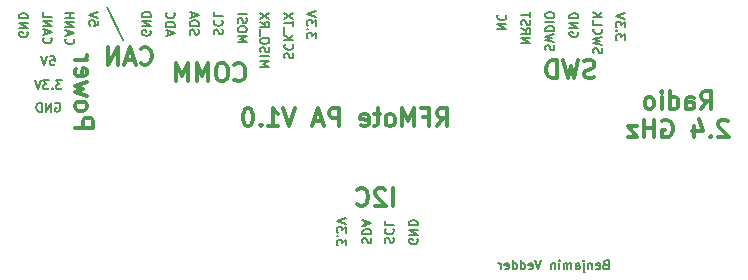
<source format=gbo>
G04 #@! TF.FileFunction,Legend,Bot*
%FSLAX46Y46*%
G04 Gerber Fmt 4.6, Leading zero omitted, Abs format (unit mm)*
G04 Created by KiCad (PCBNEW (2015-09-15 BZR 6201)-product) date tor 18 feb 2016 12:46:51*
%MOMM*%
G01*
G04 APERTURE LIST*
%ADD10C,0.100000*%
%ADD11C,0.300000*%
%ADD12C,0.177800*%
%ADD13C,0.200000*%
%ADD14C,6.101600*%
%ADD15C,2.601600*%
%ADD16R,1.800860X1.300480*%
%ADD17O,1.800860X1.300480*%
%ADD18C,1.000760*%
%ADD19O,1.300480X1.800860*%
%ADD20R,1.300480X1.800860*%
G04 APERTURE END LIST*
D10*
D11*
X209679999Y-102659571D02*
X210179999Y-101945286D01*
X210537142Y-102659571D02*
X210537142Y-101159571D01*
X209965714Y-101159571D01*
X209822856Y-101231000D01*
X209751428Y-101302429D01*
X209679999Y-101445286D01*
X209679999Y-101659571D01*
X209751428Y-101802429D01*
X209822856Y-101873857D01*
X209965714Y-101945286D01*
X210537142Y-101945286D01*
X208537142Y-101873857D02*
X209037142Y-101873857D01*
X209037142Y-102659571D02*
X209037142Y-101159571D01*
X208322856Y-101159571D01*
X207751428Y-102659571D02*
X207751428Y-101159571D01*
X207251428Y-102231000D01*
X206751428Y-101159571D01*
X206751428Y-102659571D01*
X205822856Y-102659571D02*
X205965714Y-102588143D01*
X206037142Y-102516714D01*
X206108571Y-102373857D01*
X206108571Y-101945286D01*
X206037142Y-101802429D01*
X205965714Y-101731000D01*
X205822856Y-101659571D01*
X205608571Y-101659571D01*
X205465714Y-101731000D01*
X205394285Y-101802429D01*
X205322856Y-101945286D01*
X205322856Y-102373857D01*
X205394285Y-102516714D01*
X205465714Y-102588143D01*
X205608571Y-102659571D01*
X205822856Y-102659571D01*
X204894285Y-101659571D02*
X204322856Y-101659571D01*
X204679999Y-101159571D02*
X204679999Y-102445286D01*
X204608571Y-102588143D01*
X204465713Y-102659571D01*
X204322856Y-102659571D01*
X203251428Y-102588143D02*
X203394285Y-102659571D01*
X203679999Y-102659571D01*
X203822856Y-102588143D01*
X203894285Y-102445286D01*
X203894285Y-101873857D01*
X203822856Y-101731000D01*
X203679999Y-101659571D01*
X203394285Y-101659571D01*
X203251428Y-101731000D01*
X203179999Y-101873857D01*
X203179999Y-102016714D01*
X203894285Y-102159571D01*
X201394285Y-102659571D02*
X201394285Y-101159571D01*
X200822857Y-101159571D01*
X200679999Y-101231000D01*
X200608571Y-101302429D01*
X200537142Y-101445286D01*
X200537142Y-101659571D01*
X200608571Y-101802429D01*
X200679999Y-101873857D01*
X200822857Y-101945286D01*
X201394285Y-101945286D01*
X199965714Y-102231000D02*
X199251428Y-102231000D01*
X200108571Y-102659571D02*
X199608571Y-101159571D01*
X199108571Y-102659571D01*
X197680000Y-101159571D02*
X197180000Y-102659571D01*
X196680000Y-101159571D01*
X195394286Y-102659571D02*
X196251429Y-102659571D01*
X195822857Y-102659571D02*
X195822857Y-101159571D01*
X195965714Y-101373857D01*
X196108572Y-101516714D01*
X196251429Y-101588143D01*
X194751429Y-102516714D02*
X194680001Y-102588143D01*
X194751429Y-102659571D01*
X194822858Y-102588143D01*
X194751429Y-102516714D01*
X194751429Y-102659571D01*
X193751429Y-101159571D02*
X193608572Y-101159571D01*
X193465715Y-101231000D01*
X193394286Y-101302429D01*
X193322857Y-101445286D01*
X193251429Y-101731000D01*
X193251429Y-102088143D01*
X193322857Y-102373857D01*
X193394286Y-102516714D01*
X193465715Y-102588143D01*
X193608572Y-102659571D01*
X193751429Y-102659571D01*
X193894286Y-102588143D01*
X193965715Y-102516714D01*
X194037143Y-102373857D01*
X194108572Y-102088143D01*
X194108572Y-101731000D01*
X194037143Y-101445286D01*
X193965715Y-101302429D01*
X193894286Y-101231000D01*
X193751429Y-101159571D01*
D12*
X223955429Y-114372571D02*
X223846572Y-114408857D01*
X223810287Y-114445143D01*
X223774001Y-114517714D01*
X223774001Y-114626571D01*
X223810287Y-114699143D01*
X223846572Y-114735429D01*
X223919144Y-114771714D01*
X224209429Y-114771714D01*
X224209429Y-114009714D01*
X223955429Y-114009714D01*
X223882858Y-114046000D01*
X223846572Y-114082286D01*
X223810287Y-114154857D01*
X223810287Y-114227429D01*
X223846572Y-114300000D01*
X223882858Y-114336286D01*
X223955429Y-114372571D01*
X224209429Y-114372571D01*
X223157144Y-114735429D02*
X223229715Y-114771714D01*
X223374858Y-114771714D01*
X223447429Y-114735429D01*
X223483715Y-114662857D01*
X223483715Y-114372571D01*
X223447429Y-114300000D01*
X223374858Y-114263714D01*
X223229715Y-114263714D01*
X223157144Y-114300000D01*
X223120858Y-114372571D01*
X223120858Y-114445143D01*
X223483715Y-114517714D01*
X222794286Y-114263714D02*
X222794286Y-114771714D01*
X222794286Y-114336286D02*
X222758001Y-114300000D01*
X222685429Y-114263714D01*
X222576572Y-114263714D01*
X222504001Y-114300000D01*
X222467715Y-114372571D01*
X222467715Y-114771714D01*
X222104857Y-114263714D02*
X222104857Y-114916857D01*
X222141143Y-114989429D01*
X222213715Y-115025714D01*
X222250000Y-115025714D01*
X222104857Y-114009714D02*
X222141143Y-114046000D01*
X222104857Y-114082286D01*
X222068572Y-114046000D01*
X222104857Y-114009714D01*
X222104857Y-114082286D01*
X221415429Y-114771714D02*
X221415429Y-114372571D01*
X221451715Y-114300000D01*
X221524286Y-114263714D01*
X221669429Y-114263714D01*
X221742000Y-114300000D01*
X221415429Y-114735429D02*
X221488000Y-114771714D01*
X221669429Y-114771714D01*
X221742000Y-114735429D01*
X221778286Y-114662857D01*
X221778286Y-114590286D01*
X221742000Y-114517714D01*
X221669429Y-114481429D01*
X221488000Y-114481429D01*
X221415429Y-114445143D01*
X221052571Y-114771714D02*
X221052571Y-114263714D01*
X221052571Y-114336286D02*
X221016286Y-114300000D01*
X220943714Y-114263714D01*
X220834857Y-114263714D01*
X220762286Y-114300000D01*
X220726000Y-114372571D01*
X220726000Y-114771714D01*
X220726000Y-114372571D02*
X220689714Y-114300000D01*
X220617143Y-114263714D01*
X220508286Y-114263714D01*
X220435714Y-114300000D01*
X220399429Y-114372571D01*
X220399429Y-114771714D01*
X220036571Y-114771714D02*
X220036571Y-114263714D01*
X220036571Y-114009714D02*
X220072857Y-114046000D01*
X220036571Y-114082286D01*
X220000286Y-114046000D01*
X220036571Y-114009714D01*
X220036571Y-114082286D01*
X219673714Y-114263714D02*
X219673714Y-114771714D01*
X219673714Y-114336286D02*
X219637429Y-114300000D01*
X219564857Y-114263714D01*
X219456000Y-114263714D01*
X219383429Y-114300000D01*
X219347143Y-114372571D01*
X219347143Y-114771714D01*
X218512572Y-114009714D02*
X218258572Y-114771714D01*
X218004572Y-114009714D01*
X217460286Y-114735429D02*
X217532857Y-114771714D01*
X217678000Y-114771714D01*
X217750571Y-114735429D01*
X217786857Y-114662857D01*
X217786857Y-114372571D01*
X217750571Y-114300000D01*
X217678000Y-114263714D01*
X217532857Y-114263714D01*
X217460286Y-114300000D01*
X217424000Y-114372571D01*
X217424000Y-114445143D01*
X217786857Y-114517714D01*
X216770857Y-114771714D02*
X216770857Y-114009714D01*
X216770857Y-114735429D02*
X216843428Y-114771714D01*
X216988571Y-114771714D01*
X217061143Y-114735429D01*
X217097428Y-114699143D01*
X217133714Y-114626571D01*
X217133714Y-114408857D01*
X217097428Y-114336286D01*
X217061143Y-114300000D01*
X216988571Y-114263714D01*
X216843428Y-114263714D01*
X216770857Y-114300000D01*
X216081428Y-114771714D02*
X216081428Y-114009714D01*
X216081428Y-114735429D02*
X216153999Y-114771714D01*
X216299142Y-114771714D01*
X216371714Y-114735429D01*
X216407999Y-114699143D01*
X216444285Y-114626571D01*
X216444285Y-114408857D01*
X216407999Y-114336286D01*
X216371714Y-114300000D01*
X216299142Y-114263714D01*
X216153999Y-114263714D01*
X216081428Y-114300000D01*
X215428285Y-114735429D02*
X215500856Y-114771714D01*
X215645999Y-114771714D01*
X215718570Y-114735429D01*
X215754856Y-114662857D01*
X215754856Y-114372571D01*
X215718570Y-114300000D01*
X215645999Y-114263714D01*
X215500856Y-114263714D01*
X215428285Y-114300000D01*
X215391999Y-114372571D01*
X215391999Y-114445143D01*
X215754856Y-114517714D01*
X215065427Y-114771714D02*
X215065427Y-114263714D01*
X215065427Y-114408857D02*
X215029142Y-114336286D01*
X214992856Y-114300000D01*
X214920285Y-114263714D01*
X214847713Y-114263714D01*
D11*
X232052571Y-101205571D02*
X232552571Y-100491286D01*
X232909714Y-101205571D02*
X232909714Y-99705571D01*
X232338286Y-99705571D01*
X232195428Y-99777000D01*
X232124000Y-99848429D01*
X232052571Y-99991286D01*
X232052571Y-100205571D01*
X232124000Y-100348429D01*
X232195428Y-100419857D01*
X232338286Y-100491286D01*
X232909714Y-100491286D01*
X230766857Y-101205571D02*
X230766857Y-100419857D01*
X230838286Y-100277000D01*
X230981143Y-100205571D01*
X231266857Y-100205571D01*
X231409714Y-100277000D01*
X230766857Y-101134143D02*
X230909714Y-101205571D01*
X231266857Y-101205571D01*
X231409714Y-101134143D01*
X231481143Y-100991286D01*
X231481143Y-100848429D01*
X231409714Y-100705571D01*
X231266857Y-100634143D01*
X230909714Y-100634143D01*
X230766857Y-100562714D01*
X229409714Y-101205571D02*
X229409714Y-99705571D01*
X229409714Y-101134143D02*
X229552571Y-101205571D01*
X229838285Y-101205571D01*
X229981143Y-101134143D01*
X230052571Y-101062714D01*
X230124000Y-100919857D01*
X230124000Y-100491286D01*
X230052571Y-100348429D01*
X229981143Y-100277000D01*
X229838285Y-100205571D01*
X229552571Y-100205571D01*
X229409714Y-100277000D01*
X228695428Y-101205571D02*
X228695428Y-100205571D01*
X228695428Y-99705571D02*
X228766857Y-99777000D01*
X228695428Y-99848429D01*
X228624000Y-99777000D01*
X228695428Y-99705571D01*
X228695428Y-99848429D01*
X227766856Y-101205571D02*
X227909714Y-101134143D01*
X227981142Y-101062714D01*
X228052571Y-100919857D01*
X228052571Y-100491286D01*
X227981142Y-100348429D01*
X227909714Y-100277000D01*
X227766856Y-100205571D01*
X227552571Y-100205571D01*
X227409714Y-100277000D01*
X227338285Y-100348429D01*
X227266856Y-100491286D01*
X227266856Y-100919857D01*
X227338285Y-101062714D01*
X227409714Y-101134143D01*
X227552571Y-101205571D01*
X227766856Y-101205571D01*
X234338286Y-102248429D02*
X234266857Y-102177000D01*
X234124000Y-102105571D01*
X233766857Y-102105571D01*
X233624000Y-102177000D01*
X233552571Y-102248429D01*
X233481143Y-102391286D01*
X233481143Y-102534143D01*
X233552571Y-102748429D01*
X234409714Y-103605571D01*
X233481143Y-103605571D01*
X232838286Y-103462714D02*
X232766858Y-103534143D01*
X232838286Y-103605571D01*
X232909715Y-103534143D01*
X232838286Y-103462714D01*
X232838286Y-103605571D01*
X231481143Y-102605571D02*
X231481143Y-103605571D01*
X231838286Y-102034143D02*
X232195429Y-103105571D01*
X231266857Y-103105571D01*
X228766858Y-102177000D02*
X228909715Y-102105571D01*
X229124001Y-102105571D01*
X229338286Y-102177000D01*
X229481144Y-102319857D01*
X229552572Y-102462714D01*
X229624001Y-102748429D01*
X229624001Y-102962714D01*
X229552572Y-103248429D01*
X229481144Y-103391286D01*
X229338286Y-103534143D01*
X229124001Y-103605571D01*
X228981144Y-103605571D01*
X228766858Y-103534143D01*
X228695429Y-103462714D01*
X228695429Y-102962714D01*
X228981144Y-102962714D01*
X228052572Y-103605571D02*
X228052572Y-102105571D01*
X228052572Y-102819857D02*
X227195429Y-102819857D01*
X227195429Y-103605571D02*
X227195429Y-102105571D01*
X226624000Y-102605571D02*
X225838286Y-102605571D01*
X226624000Y-103605571D01*
X225838286Y-103605571D01*
D12*
X222957571Y-96465571D02*
X222921286Y-96356714D01*
X222921286Y-96175285D01*
X222957571Y-96102714D01*
X222993857Y-96066428D01*
X223066429Y-96030143D01*
X223139000Y-96030143D01*
X223211571Y-96066428D01*
X223247857Y-96102714D01*
X223284143Y-96175285D01*
X223320429Y-96320428D01*
X223356714Y-96393000D01*
X223393000Y-96429285D01*
X223465571Y-96465571D01*
X223538143Y-96465571D01*
X223610714Y-96429285D01*
X223647000Y-96393000D01*
X223683286Y-96320428D01*
X223683286Y-96139000D01*
X223647000Y-96030143D01*
X223683286Y-95776143D02*
X222921286Y-95594714D01*
X223465571Y-95449571D01*
X222921286Y-95304429D01*
X223683286Y-95123000D01*
X222993857Y-94397286D02*
X222957571Y-94433572D01*
X222921286Y-94542429D01*
X222921286Y-94615000D01*
X222957571Y-94723857D01*
X223030143Y-94796429D01*
X223102714Y-94832714D01*
X223247857Y-94869000D01*
X223356714Y-94869000D01*
X223501857Y-94832714D01*
X223574429Y-94796429D01*
X223647000Y-94723857D01*
X223683286Y-94615000D01*
X223683286Y-94542429D01*
X223647000Y-94433572D01*
X223610714Y-94397286D01*
X222921286Y-93707857D02*
X222921286Y-94070714D01*
X223683286Y-94070714D01*
X222921286Y-93453857D02*
X223683286Y-93453857D01*
X222921286Y-93018429D02*
X223356714Y-93345000D01*
X223683286Y-93018429D02*
X223247857Y-93453857D01*
X218893571Y-96229714D02*
X218857286Y-96120857D01*
X218857286Y-95939428D01*
X218893571Y-95866857D01*
X218929857Y-95830571D01*
X219002429Y-95794286D01*
X219075000Y-95794286D01*
X219147571Y-95830571D01*
X219183857Y-95866857D01*
X219220143Y-95939428D01*
X219256429Y-96084571D01*
X219292714Y-96157143D01*
X219329000Y-96193428D01*
X219401571Y-96229714D01*
X219474143Y-96229714D01*
X219546714Y-96193428D01*
X219583000Y-96157143D01*
X219619286Y-96084571D01*
X219619286Y-95903143D01*
X219583000Y-95794286D01*
X219619286Y-95540286D02*
X218857286Y-95358857D01*
X219401571Y-95213714D01*
X218857286Y-95068572D01*
X219619286Y-94887143D01*
X218857286Y-94596857D02*
X219619286Y-94596857D01*
X219619286Y-94415429D01*
X219583000Y-94306572D01*
X219510429Y-94234000D01*
X219437857Y-94197715D01*
X219292714Y-94161429D01*
X219183857Y-94161429D01*
X219038714Y-94197715D01*
X218966143Y-94234000D01*
X218893571Y-94306572D01*
X218857286Y-94415429D01*
X218857286Y-94596857D01*
X218857286Y-93834857D02*
X219619286Y-93834857D01*
X219619286Y-93326858D02*
X219619286Y-93181715D01*
X219583000Y-93109143D01*
X219510429Y-93036572D01*
X219365286Y-93000286D01*
X219111286Y-93000286D01*
X218966143Y-93036572D01*
X218893571Y-93109143D01*
X218857286Y-93181715D01*
X218857286Y-93326858D01*
X218893571Y-93399429D01*
X218966143Y-93472000D01*
X219111286Y-93508286D01*
X219365286Y-93508286D01*
X219510429Y-93472000D01*
X219583000Y-93399429D01*
X219619286Y-93326858D01*
X216825286Y-95612856D02*
X217587286Y-95612856D01*
X216825286Y-95177428D01*
X217587286Y-95177428D01*
X216825286Y-94379142D02*
X217188143Y-94633142D01*
X216825286Y-94814570D02*
X217587286Y-94814570D01*
X217587286Y-94524285D01*
X217551000Y-94451713D01*
X217514714Y-94415428D01*
X217442143Y-94379142D01*
X217333286Y-94379142D01*
X217260714Y-94415428D01*
X217224429Y-94451713D01*
X217188143Y-94524285D01*
X217188143Y-94814570D01*
X216861571Y-94088856D02*
X216825286Y-93979999D01*
X216825286Y-93798570D01*
X216861571Y-93725999D01*
X216897857Y-93689713D01*
X216970429Y-93653428D01*
X217043000Y-93653428D01*
X217115571Y-93689713D01*
X217151857Y-93725999D01*
X217188143Y-93798570D01*
X217224429Y-93943713D01*
X217260714Y-94016285D01*
X217297000Y-94052570D01*
X217369571Y-94088856D01*
X217442143Y-94088856D01*
X217514714Y-94052570D01*
X217551000Y-94016285D01*
X217587286Y-93943713D01*
X217587286Y-93762285D01*
X217551000Y-93653428D01*
X217587286Y-93435714D02*
X217587286Y-93000285D01*
X216825286Y-93217999D02*
X217587286Y-93217999D01*
X214793286Y-94451714D02*
X215555286Y-94451714D01*
X214793286Y-94016286D01*
X215555286Y-94016286D01*
X214865857Y-93218000D02*
X214829571Y-93254286D01*
X214793286Y-93363143D01*
X214793286Y-93435714D01*
X214829571Y-93544571D01*
X214902143Y-93617143D01*
X214974714Y-93653428D01*
X215119857Y-93689714D01*
X215228714Y-93689714D01*
X215373857Y-93653428D01*
X215446429Y-93617143D01*
X215519000Y-93544571D01*
X215555286Y-93435714D01*
X215555286Y-93363143D01*
X215519000Y-93254286D01*
X215482714Y-93218000D01*
X221615000Y-94687572D02*
X221651286Y-94760143D01*
X221651286Y-94869000D01*
X221615000Y-94977857D01*
X221542429Y-95050429D01*
X221469857Y-95086714D01*
X221324714Y-95123000D01*
X221215857Y-95123000D01*
X221070714Y-95086714D01*
X220998143Y-95050429D01*
X220925571Y-94977857D01*
X220889286Y-94869000D01*
X220889286Y-94796429D01*
X220925571Y-94687572D01*
X220961857Y-94651286D01*
X221215857Y-94651286D01*
X221215857Y-94796429D01*
X220889286Y-94324714D02*
X221651286Y-94324714D01*
X220889286Y-93889286D01*
X221651286Y-93889286D01*
X220889286Y-93526428D02*
X221651286Y-93526428D01*
X221651286Y-93345000D01*
X221615000Y-93236143D01*
X221542429Y-93163571D01*
X221469857Y-93127286D01*
X221324714Y-93091000D01*
X221215857Y-93091000D01*
X221070714Y-93127286D01*
X220998143Y-93163571D01*
X220925571Y-93236143D01*
X220889286Y-93345000D01*
X220889286Y-93526428D01*
X225588286Y-95358857D02*
X225588286Y-94887143D01*
X225298000Y-95141143D01*
X225298000Y-95032285D01*
X225261714Y-94959714D01*
X225225429Y-94923428D01*
X225152857Y-94887143D01*
X224971429Y-94887143D01*
X224898857Y-94923428D01*
X224862571Y-94959714D01*
X224826286Y-95032285D01*
X224826286Y-95250000D01*
X224862571Y-95322571D01*
X224898857Y-95358857D01*
X224898857Y-94560571D02*
X224862571Y-94524286D01*
X224826286Y-94560571D01*
X224862571Y-94596857D01*
X224898857Y-94560571D01*
X224826286Y-94560571D01*
X225588286Y-94270286D02*
X225588286Y-93798572D01*
X225298000Y-94052572D01*
X225298000Y-93943714D01*
X225261714Y-93871143D01*
X225225429Y-93834857D01*
X225152857Y-93798572D01*
X224971429Y-93798572D01*
X224898857Y-93834857D01*
X224862571Y-93871143D01*
X224826286Y-93943714D01*
X224826286Y-94161429D01*
X224862571Y-94234000D01*
X224898857Y-94270286D01*
X225588286Y-93580858D02*
X224826286Y-93326858D01*
X225588286Y-93072858D01*
D11*
X223015714Y-98524143D02*
X222801428Y-98595571D01*
X222444285Y-98595571D01*
X222301428Y-98524143D01*
X222229999Y-98452714D01*
X222158571Y-98309857D01*
X222158571Y-98167000D01*
X222229999Y-98024143D01*
X222301428Y-97952714D01*
X222444285Y-97881286D01*
X222729999Y-97809857D01*
X222872857Y-97738429D01*
X222944285Y-97667000D01*
X223015714Y-97524143D01*
X223015714Y-97381286D01*
X222944285Y-97238429D01*
X222872857Y-97167000D01*
X222729999Y-97095571D01*
X222372857Y-97095571D01*
X222158571Y-97167000D01*
X221658571Y-97095571D02*
X221301428Y-98595571D01*
X221015714Y-97524143D01*
X220730000Y-98595571D01*
X220372857Y-97095571D01*
X219801428Y-98595571D02*
X219801428Y-97095571D01*
X219444285Y-97095571D01*
X219230000Y-97167000D01*
X219087142Y-97309857D01*
X219015714Y-97452714D01*
X218944285Y-97738429D01*
X218944285Y-97952714D01*
X219015714Y-98238429D01*
X219087142Y-98381286D01*
X219230000Y-98524143D01*
X219444285Y-98595571D01*
X219801428Y-98595571D01*
D12*
X196795571Y-96919142D02*
X196759286Y-96810285D01*
X196759286Y-96628856D01*
X196795571Y-96556285D01*
X196831857Y-96519999D01*
X196904429Y-96483714D01*
X196977000Y-96483714D01*
X197049571Y-96519999D01*
X197085857Y-96556285D01*
X197122143Y-96628856D01*
X197158429Y-96773999D01*
X197194714Y-96846571D01*
X197231000Y-96882856D01*
X197303571Y-96919142D01*
X197376143Y-96919142D01*
X197448714Y-96882856D01*
X197485000Y-96846571D01*
X197521286Y-96773999D01*
X197521286Y-96592571D01*
X197485000Y-96483714D01*
X196831857Y-95721714D02*
X196795571Y-95758000D01*
X196759286Y-95866857D01*
X196759286Y-95939428D01*
X196795571Y-96048285D01*
X196868143Y-96120857D01*
X196940714Y-96157142D01*
X197085857Y-96193428D01*
X197194714Y-96193428D01*
X197339857Y-96157142D01*
X197412429Y-96120857D01*
X197485000Y-96048285D01*
X197521286Y-95939428D01*
X197521286Y-95866857D01*
X197485000Y-95758000D01*
X197448714Y-95721714D01*
X196759286Y-95395142D02*
X197521286Y-95395142D01*
X196759286Y-94959714D02*
X197194714Y-95286285D01*
X197521286Y-94959714D02*
X197085857Y-95395142D01*
X196686714Y-94814571D02*
X196686714Y-94234000D01*
X197521286Y-94161429D02*
X197521286Y-93726000D01*
X196759286Y-93943714D02*
X197521286Y-93943714D01*
X197521286Y-93544572D02*
X196759286Y-93036572D01*
X197521286Y-93036572D02*
X196759286Y-93544572D01*
X194727286Y-97608570D02*
X195489286Y-97608570D01*
X194945000Y-97354570D01*
X195489286Y-97100570D01*
X194727286Y-97100570D01*
X194727286Y-96737713D02*
X195489286Y-96737713D01*
X194763571Y-96411142D02*
X194727286Y-96302285D01*
X194727286Y-96120856D01*
X194763571Y-96048285D01*
X194799857Y-96011999D01*
X194872429Y-95975714D01*
X194945000Y-95975714D01*
X195017571Y-96011999D01*
X195053857Y-96048285D01*
X195090143Y-96120856D01*
X195126429Y-96265999D01*
X195162714Y-96338571D01*
X195199000Y-96374856D01*
X195271571Y-96411142D01*
X195344143Y-96411142D01*
X195416714Y-96374856D01*
X195453000Y-96338571D01*
X195489286Y-96265999D01*
X195489286Y-96084571D01*
X195453000Y-95975714D01*
X195489286Y-95504000D02*
X195489286Y-95358857D01*
X195453000Y-95286285D01*
X195380429Y-95213714D01*
X195235286Y-95177428D01*
X194981286Y-95177428D01*
X194836143Y-95213714D01*
X194763571Y-95286285D01*
X194727286Y-95358857D01*
X194727286Y-95504000D01*
X194763571Y-95576571D01*
X194836143Y-95649142D01*
X194981286Y-95685428D01*
X195235286Y-95685428D01*
X195380429Y-95649142D01*
X195453000Y-95576571D01*
X195489286Y-95504000D01*
X194654714Y-95032285D02*
X194654714Y-94451714D01*
X194727286Y-93834857D02*
X195090143Y-94088857D01*
X194727286Y-94270285D02*
X195489286Y-94270285D01*
X195489286Y-93980000D01*
X195453000Y-93907428D01*
X195416714Y-93871143D01*
X195344143Y-93834857D01*
X195235286Y-93834857D01*
X195162714Y-93871143D01*
X195126429Y-93907428D01*
X195090143Y-93980000D01*
X195090143Y-94270285D01*
X195489286Y-93580857D02*
X194727286Y-93072857D01*
X195489286Y-93072857D02*
X194727286Y-93580857D01*
X192822286Y-95558428D02*
X193584286Y-95558428D01*
X193040000Y-95304428D01*
X193584286Y-95050428D01*
X192822286Y-95050428D01*
X193584286Y-94542429D02*
X193584286Y-94397286D01*
X193548000Y-94324714D01*
X193475429Y-94252143D01*
X193330286Y-94215857D01*
X193076286Y-94215857D01*
X192931143Y-94252143D01*
X192858571Y-94324714D01*
X192822286Y-94397286D01*
X192822286Y-94542429D01*
X192858571Y-94615000D01*
X192931143Y-94687571D01*
X193076286Y-94723857D01*
X193330286Y-94723857D01*
X193475429Y-94687571D01*
X193548000Y-94615000D01*
X193584286Y-94542429D01*
X192858571Y-93925571D02*
X192822286Y-93816714D01*
X192822286Y-93635285D01*
X192858571Y-93562714D01*
X192894857Y-93526428D01*
X192967429Y-93490143D01*
X193040000Y-93490143D01*
X193112571Y-93526428D01*
X193148857Y-93562714D01*
X193185143Y-93635285D01*
X193221429Y-93780428D01*
X193257714Y-93853000D01*
X193294000Y-93889285D01*
X193366571Y-93925571D01*
X193439143Y-93925571D01*
X193511714Y-93889285D01*
X193548000Y-93853000D01*
X193584286Y-93780428D01*
X193584286Y-93599000D01*
X193548000Y-93490143D01*
X192822286Y-93163571D02*
X193584286Y-93163571D01*
X190826571Y-94887142D02*
X190790286Y-94778285D01*
X190790286Y-94596856D01*
X190826571Y-94524285D01*
X190862857Y-94487999D01*
X190935429Y-94451714D01*
X191008000Y-94451714D01*
X191080571Y-94487999D01*
X191116857Y-94524285D01*
X191153143Y-94596856D01*
X191189429Y-94741999D01*
X191225714Y-94814571D01*
X191262000Y-94850856D01*
X191334571Y-94887142D01*
X191407143Y-94887142D01*
X191479714Y-94850856D01*
X191516000Y-94814571D01*
X191552286Y-94741999D01*
X191552286Y-94560571D01*
X191516000Y-94451714D01*
X190862857Y-93689714D02*
X190826571Y-93726000D01*
X190790286Y-93834857D01*
X190790286Y-93907428D01*
X190826571Y-94016285D01*
X190899143Y-94088857D01*
X190971714Y-94125142D01*
X191116857Y-94161428D01*
X191225714Y-94161428D01*
X191370857Y-94125142D01*
X191443429Y-94088857D01*
X191516000Y-94016285D01*
X191552286Y-93907428D01*
X191552286Y-93834857D01*
X191516000Y-93726000D01*
X191479714Y-93689714D01*
X190790286Y-93000285D02*
X190790286Y-93363142D01*
X191552286Y-93363142D01*
X188794571Y-94905285D02*
X188758286Y-94796428D01*
X188758286Y-94614999D01*
X188794571Y-94542428D01*
X188830857Y-94506142D01*
X188903429Y-94469857D01*
X188976000Y-94469857D01*
X189048571Y-94506142D01*
X189084857Y-94542428D01*
X189121143Y-94614999D01*
X189157429Y-94760142D01*
X189193714Y-94832714D01*
X189230000Y-94868999D01*
X189302571Y-94905285D01*
X189375143Y-94905285D01*
X189447714Y-94868999D01*
X189484000Y-94832714D01*
X189520286Y-94760142D01*
X189520286Y-94578714D01*
X189484000Y-94469857D01*
X188758286Y-94143285D02*
X189520286Y-94143285D01*
X189520286Y-93961857D01*
X189484000Y-93853000D01*
X189411429Y-93780428D01*
X189338857Y-93744143D01*
X189193714Y-93707857D01*
X189084857Y-93707857D01*
X188939714Y-93744143D01*
X188867143Y-93780428D01*
X188794571Y-93853000D01*
X188758286Y-93961857D01*
X188758286Y-94143285D01*
X188976000Y-93417571D02*
X188976000Y-93054714D01*
X188758286Y-93490143D02*
X189520286Y-93236143D01*
X188758286Y-92982143D01*
X186944000Y-94923428D02*
X186944000Y-94560571D01*
X186726286Y-94996000D02*
X187488286Y-94742000D01*
X186726286Y-94488000D01*
X186726286Y-94233999D02*
X187488286Y-94233999D01*
X187488286Y-94052571D01*
X187452000Y-93943714D01*
X187379429Y-93871142D01*
X187306857Y-93834857D01*
X187161714Y-93798571D01*
X187052857Y-93798571D01*
X186907714Y-93834857D01*
X186835143Y-93871142D01*
X186762571Y-93943714D01*
X186726286Y-94052571D01*
X186726286Y-94233999D01*
X186798857Y-93036571D02*
X186762571Y-93072857D01*
X186726286Y-93181714D01*
X186726286Y-93254285D01*
X186762571Y-93363142D01*
X186835143Y-93435714D01*
X186907714Y-93471999D01*
X187052857Y-93508285D01*
X187161714Y-93508285D01*
X187306857Y-93471999D01*
X187379429Y-93435714D01*
X187452000Y-93363142D01*
X187488286Y-93254285D01*
X187488286Y-93181714D01*
X187452000Y-93072857D01*
X187415714Y-93036571D01*
X199426286Y-95231857D02*
X199426286Y-94760143D01*
X199136000Y-95014143D01*
X199136000Y-94905285D01*
X199099714Y-94832714D01*
X199063429Y-94796428D01*
X198990857Y-94760143D01*
X198809429Y-94760143D01*
X198736857Y-94796428D01*
X198700571Y-94832714D01*
X198664286Y-94905285D01*
X198664286Y-95123000D01*
X198700571Y-95195571D01*
X198736857Y-95231857D01*
X198736857Y-94433571D02*
X198700571Y-94397286D01*
X198664286Y-94433571D01*
X198700571Y-94469857D01*
X198736857Y-94433571D01*
X198664286Y-94433571D01*
X199426286Y-94143286D02*
X199426286Y-93671572D01*
X199136000Y-93925572D01*
X199136000Y-93816714D01*
X199099714Y-93744143D01*
X199063429Y-93707857D01*
X198990857Y-93671572D01*
X198809429Y-93671572D01*
X198736857Y-93707857D01*
X198700571Y-93744143D01*
X198664286Y-93816714D01*
X198664286Y-94034429D01*
X198700571Y-94107000D01*
X198736857Y-94143286D01*
X199426286Y-93453858D02*
X198664286Y-93199858D01*
X199426286Y-92945858D01*
X185420000Y-94560572D02*
X185456286Y-94633143D01*
X185456286Y-94742000D01*
X185420000Y-94850857D01*
X185347429Y-94923429D01*
X185274857Y-94959714D01*
X185129714Y-94996000D01*
X185020857Y-94996000D01*
X184875714Y-94959714D01*
X184803143Y-94923429D01*
X184730571Y-94850857D01*
X184694286Y-94742000D01*
X184694286Y-94669429D01*
X184730571Y-94560572D01*
X184766857Y-94524286D01*
X185020857Y-94524286D01*
X185020857Y-94669429D01*
X184694286Y-94197714D02*
X185456286Y-94197714D01*
X184694286Y-93762286D01*
X185456286Y-93762286D01*
X184694286Y-93399428D02*
X185456286Y-93399428D01*
X185456286Y-93218000D01*
X185420000Y-93109143D01*
X185347429Y-93036571D01*
X185274857Y-93000286D01*
X185129714Y-92964000D01*
X185020857Y-92964000D01*
X184875714Y-93000286D01*
X184803143Y-93036571D01*
X184730571Y-93109143D01*
X184694286Y-93218000D01*
X184694286Y-93399428D01*
D11*
X192535714Y-98706714D02*
X192607143Y-98778143D01*
X192821429Y-98849571D01*
X192964286Y-98849571D01*
X193178571Y-98778143D01*
X193321429Y-98635286D01*
X193392857Y-98492429D01*
X193464286Y-98206714D01*
X193464286Y-97992429D01*
X193392857Y-97706714D01*
X193321429Y-97563857D01*
X193178571Y-97421000D01*
X192964286Y-97349571D01*
X192821429Y-97349571D01*
X192607143Y-97421000D01*
X192535714Y-97492429D01*
X191607143Y-97349571D02*
X191321429Y-97349571D01*
X191178571Y-97421000D01*
X191035714Y-97563857D01*
X190964286Y-97849571D01*
X190964286Y-98349571D01*
X191035714Y-98635286D01*
X191178571Y-98778143D01*
X191321429Y-98849571D01*
X191607143Y-98849571D01*
X191750000Y-98778143D01*
X191892857Y-98635286D01*
X191964286Y-98349571D01*
X191964286Y-97849571D01*
X191892857Y-97563857D01*
X191750000Y-97421000D01*
X191607143Y-97349571D01*
X190321428Y-98849571D02*
X190321428Y-97349571D01*
X189821428Y-98421000D01*
X189321428Y-97349571D01*
X189321428Y-98849571D01*
X188607142Y-98849571D02*
X188607142Y-97349571D01*
X188107142Y-98421000D01*
X187607142Y-97349571D01*
X187607142Y-98849571D01*
D13*
X183134000Y-95377000D02*
X181737000Y-92583000D01*
D12*
X175006000Y-94687572D02*
X175042286Y-94760143D01*
X175042286Y-94869000D01*
X175006000Y-94977857D01*
X174933429Y-95050429D01*
X174860857Y-95086714D01*
X174715714Y-95123000D01*
X174606857Y-95123000D01*
X174461714Y-95086714D01*
X174389143Y-95050429D01*
X174316571Y-94977857D01*
X174280286Y-94869000D01*
X174280286Y-94796429D01*
X174316571Y-94687572D01*
X174352857Y-94651286D01*
X174606857Y-94651286D01*
X174606857Y-94796429D01*
X174280286Y-94324714D02*
X175042286Y-94324714D01*
X174280286Y-93889286D01*
X175042286Y-93889286D01*
X174280286Y-93526428D02*
X175042286Y-93526428D01*
X175042286Y-93345000D01*
X175006000Y-93236143D01*
X174933429Y-93163571D01*
X174860857Y-93127286D01*
X174715714Y-93091000D01*
X174606857Y-93091000D01*
X174461714Y-93127286D01*
X174389143Y-93163571D01*
X174316571Y-93236143D01*
X174280286Y-93345000D01*
X174280286Y-93526428D01*
X181011286Y-93744142D02*
X181011286Y-94106999D01*
X180648429Y-94143285D01*
X180684714Y-94106999D01*
X180721000Y-94034428D01*
X180721000Y-93852999D01*
X180684714Y-93780428D01*
X180648429Y-93744142D01*
X180575857Y-93707857D01*
X180394429Y-93707857D01*
X180321857Y-93744142D01*
X180285571Y-93780428D01*
X180249286Y-93852999D01*
X180249286Y-94034428D01*
X180285571Y-94106999D01*
X180321857Y-94143285D01*
X181011286Y-93490143D02*
X180249286Y-93236143D01*
X181011286Y-92982143D01*
X178289857Y-95250000D02*
X178253571Y-95286286D01*
X178217286Y-95395143D01*
X178217286Y-95467714D01*
X178253571Y-95576571D01*
X178326143Y-95649143D01*
X178398714Y-95685428D01*
X178543857Y-95721714D01*
X178652714Y-95721714D01*
X178797857Y-95685428D01*
X178870429Y-95649143D01*
X178943000Y-95576571D01*
X178979286Y-95467714D01*
X178979286Y-95395143D01*
X178943000Y-95286286D01*
X178906714Y-95250000D01*
X178435000Y-94959714D02*
X178435000Y-94596857D01*
X178217286Y-95032286D02*
X178979286Y-94778286D01*
X178217286Y-94524286D01*
X178217286Y-94270285D02*
X178979286Y-94270285D01*
X178217286Y-93834857D01*
X178979286Y-93834857D01*
X178217286Y-93471999D02*
X178979286Y-93471999D01*
X178616429Y-93471999D02*
X178616429Y-93036571D01*
X178217286Y-93036571D02*
X178979286Y-93036571D01*
X176384857Y-95159286D02*
X176348571Y-95195572D01*
X176312286Y-95304429D01*
X176312286Y-95377000D01*
X176348571Y-95485857D01*
X176421143Y-95558429D01*
X176493714Y-95594714D01*
X176638857Y-95631000D01*
X176747714Y-95631000D01*
X176892857Y-95594714D01*
X176965429Y-95558429D01*
X177038000Y-95485857D01*
X177074286Y-95377000D01*
X177074286Y-95304429D01*
X177038000Y-95195572D01*
X177001714Y-95159286D01*
X176530000Y-94869000D02*
X176530000Y-94506143D01*
X176312286Y-94941572D02*
X177074286Y-94687572D01*
X176312286Y-94433572D01*
X176312286Y-94179571D02*
X177074286Y-94179571D01*
X176312286Y-93744143D01*
X177074286Y-93744143D01*
X176312286Y-93018428D02*
X176312286Y-93381285D01*
X177074286Y-93381285D01*
D11*
X184606285Y-97309714D02*
X184677714Y-97381143D01*
X184892000Y-97452571D01*
X185034857Y-97452571D01*
X185249142Y-97381143D01*
X185392000Y-97238286D01*
X185463428Y-97095429D01*
X185534857Y-96809714D01*
X185534857Y-96595429D01*
X185463428Y-96309714D01*
X185392000Y-96166857D01*
X185249142Y-96024000D01*
X185034857Y-95952571D01*
X184892000Y-95952571D01*
X184677714Y-96024000D01*
X184606285Y-96095429D01*
X184034857Y-97024000D02*
X183320571Y-97024000D01*
X184177714Y-97452571D02*
X183677714Y-95952571D01*
X183177714Y-97452571D01*
X182677714Y-97452571D02*
X182677714Y-95952571D01*
X181820571Y-97452571D01*
X181820571Y-95952571D01*
D12*
X177364572Y-100711000D02*
X177437143Y-100674714D01*
X177546000Y-100674714D01*
X177654857Y-100711000D01*
X177727429Y-100783571D01*
X177763714Y-100856143D01*
X177800000Y-101001286D01*
X177800000Y-101110143D01*
X177763714Y-101255286D01*
X177727429Y-101327857D01*
X177654857Y-101400429D01*
X177546000Y-101436714D01*
X177473429Y-101436714D01*
X177364572Y-101400429D01*
X177328286Y-101364143D01*
X177328286Y-101110143D01*
X177473429Y-101110143D01*
X177001714Y-101436714D02*
X177001714Y-100674714D01*
X176566286Y-101436714D01*
X176566286Y-100674714D01*
X176203428Y-101436714D02*
X176203428Y-100674714D01*
X176022000Y-100674714D01*
X175913143Y-100711000D01*
X175840571Y-100783571D01*
X175804286Y-100856143D01*
X175768000Y-101001286D01*
X175768000Y-101110143D01*
X175804286Y-101255286D01*
X175840571Y-101327857D01*
X175913143Y-101400429D01*
X176022000Y-101436714D01*
X176203428Y-101436714D01*
X176929142Y-96737714D02*
X177291999Y-96737714D01*
X177328285Y-97100571D01*
X177291999Y-97064286D01*
X177219428Y-97028000D01*
X177037999Y-97028000D01*
X176965428Y-97064286D01*
X176929142Y-97100571D01*
X176892857Y-97173143D01*
X176892857Y-97354571D01*
X176929142Y-97427143D01*
X176965428Y-97463429D01*
X177037999Y-97499714D01*
X177219428Y-97499714D01*
X177291999Y-97463429D01*
X177328285Y-97427143D01*
X176675143Y-96737714D02*
X176421143Y-97499714D01*
X176167143Y-96737714D01*
X177908857Y-98769714D02*
X177437143Y-98769714D01*
X177691143Y-99060000D01*
X177582285Y-99060000D01*
X177509714Y-99096286D01*
X177473428Y-99132571D01*
X177437143Y-99205143D01*
X177437143Y-99386571D01*
X177473428Y-99459143D01*
X177509714Y-99495429D01*
X177582285Y-99531714D01*
X177800000Y-99531714D01*
X177872571Y-99495429D01*
X177908857Y-99459143D01*
X177110571Y-99459143D02*
X177074286Y-99495429D01*
X177110571Y-99531714D01*
X177146857Y-99495429D01*
X177110571Y-99459143D01*
X177110571Y-99531714D01*
X176820286Y-98769714D02*
X176348572Y-98769714D01*
X176602572Y-99060000D01*
X176493714Y-99060000D01*
X176421143Y-99096286D01*
X176384857Y-99132571D01*
X176348572Y-99205143D01*
X176348572Y-99386571D01*
X176384857Y-99459143D01*
X176421143Y-99495429D01*
X176493714Y-99531714D01*
X176711429Y-99531714D01*
X176784000Y-99495429D01*
X176820286Y-99459143D01*
X176130858Y-98769714D02*
X175876858Y-99531714D01*
X175622858Y-98769714D01*
D11*
X179026429Y-102786285D02*
X180526429Y-102786285D01*
X180526429Y-102214857D01*
X180455000Y-102071999D01*
X180383571Y-102000571D01*
X180240714Y-101929142D01*
X180026429Y-101929142D01*
X179883571Y-102000571D01*
X179812143Y-102071999D01*
X179740714Y-102214857D01*
X179740714Y-102786285D01*
X179026429Y-101071999D02*
X179097857Y-101214857D01*
X179169286Y-101286285D01*
X179312143Y-101357714D01*
X179740714Y-101357714D01*
X179883571Y-101286285D01*
X179955000Y-101214857D01*
X180026429Y-101071999D01*
X180026429Y-100857714D01*
X179955000Y-100714857D01*
X179883571Y-100643428D01*
X179740714Y-100571999D01*
X179312143Y-100571999D01*
X179169286Y-100643428D01*
X179097857Y-100714857D01*
X179026429Y-100857714D01*
X179026429Y-101071999D01*
X180026429Y-100071999D02*
X179026429Y-99786285D01*
X179740714Y-99500571D01*
X179026429Y-99214856D01*
X180026429Y-98929142D01*
X179097857Y-97786285D02*
X179026429Y-97929142D01*
X179026429Y-98214856D01*
X179097857Y-98357713D01*
X179240714Y-98429142D01*
X179812143Y-98429142D01*
X179955000Y-98357713D01*
X180026429Y-98214856D01*
X180026429Y-97929142D01*
X179955000Y-97786285D01*
X179812143Y-97714856D01*
X179669286Y-97714856D01*
X179526429Y-98429142D01*
X179026429Y-97071999D02*
X180026429Y-97071999D01*
X179740714Y-97071999D02*
X179883571Y-97000571D01*
X179955000Y-96929142D01*
X180026429Y-96786285D01*
X180026429Y-96643428D01*
X205934285Y-109390571D02*
X205934285Y-107890571D01*
X205291428Y-108033429D02*
X205219999Y-107962000D01*
X205077142Y-107890571D01*
X204719999Y-107890571D01*
X204577142Y-107962000D01*
X204505713Y-108033429D01*
X204434285Y-108176286D01*
X204434285Y-108319143D01*
X204505713Y-108533429D01*
X205362856Y-109390571D01*
X204434285Y-109390571D01*
X202934285Y-109247714D02*
X203005714Y-109319143D01*
X203220000Y-109390571D01*
X203362857Y-109390571D01*
X203577142Y-109319143D01*
X203720000Y-109176286D01*
X203791428Y-109033429D01*
X203862857Y-108747714D01*
X203862857Y-108533429D01*
X203791428Y-108247714D01*
X203720000Y-108104857D01*
X203577142Y-107962000D01*
X203362857Y-107890571D01*
X203220000Y-107890571D01*
X203005714Y-107962000D01*
X202934285Y-108033429D01*
D12*
X201966286Y-112757857D02*
X201966286Y-112286143D01*
X201676000Y-112540143D01*
X201676000Y-112431285D01*
X201639714Y-112358714D01*
X201603429Y-112322428D01*
X201530857Y-112286143D01*
X201349429Y-112286143D01*
X201276857Y-112322428D01*
X201240571Y-112358714D01*
X201204286Y-112431285D01*
X201204286Y-112649000D01*
X201240571Y-112721571D01*
X201276857Y-112757857D01*
X201276857Y-111959571D02*
X201240571Y-111923286D01*
X201204286Y-111959571D01*
X201240571Y-111995857D01*
X201276857Y-111959571D01*
X201204286Y-111959571D01*
X201966286Y-111669286D02*
X201966286Y-111197572D01*
X201676000Y-111451572D01*
X201676000Y-111342714D01*
X201639714Y-111270143D01*
X201603429Y-111233857D01*
X201530857Y-111197572D01*
X201349429Y-111197572D01*
X201276857Y-111233857D01*
X201240571Y-111270143D01*
X201204286Y-111342714D01*
X201204286Y-111560429D01*
X201240571Y-111633000D01*
X201276857Y-111669286D01*
X201966286Y-110979858D02*
X201204286Y-110725858D01*
X201966286Y-110471858D01*
X203399571Y-112558285D02*
X203363286Y-112449428D01*
X203363286Y-112267999D01*
X203399571Y-112195428D01*
X203435857Y-112159142D01*
X203508429Y-112122857D01*
X203581000Y-112122857D01*
X203653571Y-112159142D01*
X203689857Y-112195428D01*
X203726143Y-112267999D01*
X203762429Y-112413142D01*
X203798714Y-112485714D01*
X203835000Y-112521999D01*
X203907571Y-112558285D01*
X203980143Y-112558285D01*
X204052714Y-112521999D01*
X204089000Y-112485714D01*
X204125286Y-112413142D01*
X204125286Y-112231714D01*
X204089000Y-112122857D01*
X203363286Y-111796285D02*
X204125286Y-111796285D01*
X204125286Y-111614857D01*
X204089000Y-111506000D01*
X204016429Y-111433428D01*
X203943857Y-111397143D01*
X203798714Y-111360857D01*
X203689857Y-111360857D01*
X203544714Y-111397143D01*
X203472143Y-111433428D01*
X203399571Y-111506000D01*
X203363286Y-111614857D01*
X203363286Y-111796285D01*
X203581000Y-111070571D02*
X203581000Y-110707714D01*
X203363286Y-111143143D02*
X204125286Y-110889143D01*
X203363286Y-110635143D01*
X205304571Y-112540142D02*
X205268286Y-112431285D01*
X205268286Y-112249856D01*
X205304571Y-112177285D01*
X205340857Y-112140999D01*
X205413429Y-112104714D01*
X205486000Y-112104714D01*
X205558571Y-112140999D01*
X205594857Y-112177285D01*
X205631143Y-112249856D01*
X205667429Y-112394999D01*
X205703714Y-112467571D01*
X205740000Y-112503856D01*
X205812571Y-112540142D01*
X205885143Y-112540142D01*
X205957714Y-112503856D01*
X205994000Y-112467571D01*
X206030286Y-112394999D01*
X206030286Y-112213571D01*
X205994000Y-112104714D01*
X205340857Y-111342714D02*
X205304571Y-111379000D01*
X205268286Y-111487857D01*
X205268286Y-111560428D01*
X205304571Y-111669285D01*
X205377143Y-111741857D01*
X205449714Y-111778142D01*
X205594857Y-111814428D01*
X205703714Y-111814428D01*
X205848857Y-111778142D01*
X205921429Y-111741857D01*
X205994000Y-111669285D01*
X206030286Y-111560428D01*
X206030286Y-111487857D01*
X205994000Y-111379000D01*
X205957714Y-111342714D01*
X205268286Y-110653285D02*
X205268286Y-111016142D01*
X206030286Y-111016142D01*
X208026000Y-112213572D02*
X208062286Y-112286143D01*
X208062286Y-112395000D01*
X208026000Y-112503857D01*
X207953429Y-112576429D01*
X207880857Y-112612714D01*
X207735714Y-112649000D01*
X207626857Y-112649000D01*
X207481714Y-112612714D01*
X207409143Y-112576429D01*
X207336571Y-112503857D01*
X207300286Y-112395000D01*
X207300286Y-112322429D01*
X207336571Y-112213572D01*
X207372857Y-112177286D01*
X207626857Y-112177286D01*
X207626857Y-112322429D01*
X207300286Y-111850714D02*
X208062286Y-111850714D01*
X207300286Y-111415286D01*
X208062286Y-111415286D01*
X207300286Y-111052428D02*
X208062286Y-111052428D01*
X208062286Y-110871000D01*
X208026000Y-110762143D01*
X207953429Y-110689571D01*
X207880857Y-110653286D01*
X207735714Y-110617000D01*
X207626857Y-110617000D01*
X207481714Y-110653286D01*
X207409143Y-110689571D01*
X207336571Y-110762143D01*
X207300286Y-110871000D01*
X207300286Y-111052428D01*
%LPC*%
D14*
X230000000Y-112500000D03*
D15*
X231521000Y-94742000D03*
X228981000Y-92202000D03*
X228981000Y-97282000D03*
X234061000Y-97282000D03*
X234061000Y-92202000D03*
D16*
X174244000Y-101031040D03*
D17*
X174244000Y-97028000D03*
X174244000Y-99029520D03*
D18*
X209331560Y-94693740D03*
X204932280Y-94693740D03*
D19*
X197137020Y-91694000D03*
X195138040Y-91694000D03*
X193136520Y-91694000D03*
D20*
X185130440Y-91694000D03*
D19*
X189133480Y-91694000D03*
X187131960Y-91694000D03*
X191132460Y-91694000D03*
X199136000Y-91694000D03*
D20*
X215198960Y-91694000D03*
D19*
X219202000Y-91694000D03*
X217200480Y-91694000D03*
X221200980Y-91694000D03*
X223202500Y-91694000D03*
X225204020Y-91694000D03*
D20*
X174591980Y-91694000D03*
D19*
X178595020Y-91694000D03*
X176593500Y-91694000D03*
X180594000Y-91694000D03*
D14*
X181000000Y-112500000D03*
D20*
X207678019Y-114300000D03*
D19*
X203674979Y-114300000D03*
X205676499Y-114300000D03*
X201675999Y-114300000D03*
M02*

</source>
